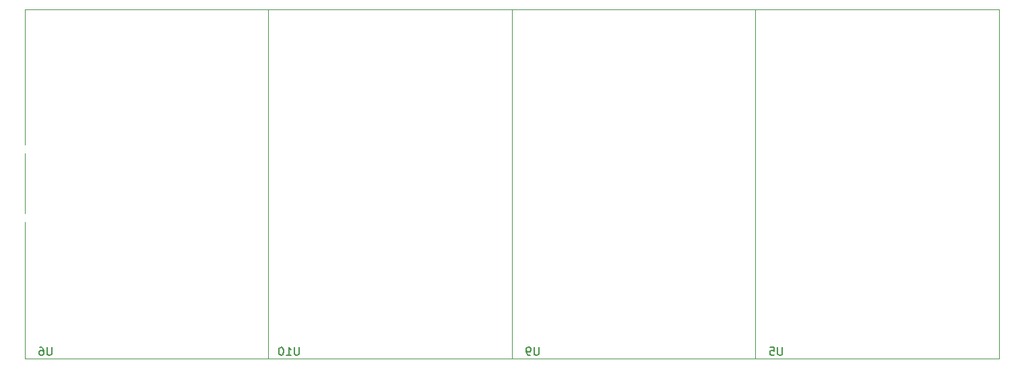
<source format=gbr>
%TF.GenerationSoftware,KiCad,Pcbnew,(6.0.9)*%
%TF.CreationDate,2022-12-22T16:46:14-05:00*%
%TF.ProjectId,Digital Clock PCB 2.0 Module Based,44696769-7461-46c2-9043-6c6f636b2050,rev?*%
%TF.SameCoordinates,Original*%
%TF.FileFunction,Legend,Bot*%
%TF.FilePolarity,Positive*%
%FSLAX46Y46*%
G04 Gerber Fmt 4.6, Leading zero omitted, Abs format (unit mm)*
G04 Created by KiCad (PCBNEW (6.0.9)) date 2022-12-22 16:46:14*
%MOMM*%
%LPD*%
G01*
G04 APERTURE LIST*
%ADD10C,0.150000*%
%ADD11C,0.120000*%
%ADD12R,1.700000X1.700000*%
%ADD13O,1.700000X1.700000*%
%ADD14C,0.650000*%
%ADD15O,1.600000X1.000000*%
%ADD16O,2.100000X1.000000*%
%ADD17C,0.500000*%
%ADD18C,1.500000*%
G04 APERTURE END LIST*
D10*
%TO.C,U5*%
X241985704Y-123879580D02*
X241985704Y-124689104D01*
X241938085Y-124784342D01*
X241890466Y-124831961D01*
X241795228Y-124879580D01*
X241604752Y-124879580D01*
X241509514Y-124831961D01*
X241461895Y-124784342D01*
X241414276Y-124689104D01*
X241414276Y-123879580D01*
X240461895Y-123879580D02*
X240938085Y-123879580D01*
X240985704Y-124355771D01*
X240938085Y-124308152D01*
X240842847Y-124260533D01*
X240604752Y-124260533D01*
X240509514Y-124308152D01*
X240461895Y-124355771D01*
X240414276Y-124451009D01*
X240414276Y-124689104D01*
X240461895Y-124784342D01*
X240509514Y-124831961D01*
X240604752Y-124879580D01*
X240842847Y-124879580D01*
X240938085Y-124831961D01*
X240985704Y-124784342D01*
%TO.C,U10*%
X181247895Y-123879580D02*
X181247895Y-124689104D01*
X181200276Y-124784342D01*
X181152657Y-124831961D01*
X181057419Y-124879580D01*
X180866942Y-124879580D01*
X180771704Y-124831961D01*
X180724085Y-124784342D01*
X180676466Y-124689104D01*
X180676466Y-123879580D01*
X179676466Y-124879580D02*
X180247895Y-124879580D01*
X179962180Y-124879580D02*
X179962180Y-123879580D01*
X180057419Y-124022438D01*
X180152657Y-124117676D01*
X180247895Y-124165295D01*
X179057419Y-123879580D02*
X178962180Y-123879580D01*
X178866942Y-123927200D01*
X178819323Y-123974819D01*
X178771704Y-124070057D01*
X178724085Y-124260533D01*
X178724085Y-124498628D01*
X178771704Y-124689104D01*
X178819323Y-124784342D01*
X178866942Y-124831961D01*
X178962180Y-124879580D01*
X179057419Y-124879580D01*
X179152657Y-124831961D01*
X179200276Y-124784342D01*
X179247895Y-124689104D01*
X179295514Y-124498628D01*
X179295514Y-124260533D01*
X179247895Y-124070057D01*
X179200276Y-123974819D01*
X179152657Y-123927200D01*
X179057419Y-123879580D01*
%TO.C,U9*%
X211378704Y-123879580D02*
X211378704Y-124689104D01*
X211331085Y-124784342D01*
X211283466Y-124831961D01*
X211188228Y-124879580D01*
X210997752Y-124879580D01*
X210902514Y-124831961D01*
X210854895Y-124784342D01*
X210807276Y-124689104D01*
X210807276Y-123879580D01*
X210283466Y-124879580D02*
X210092990Y-124879580D01*
X209997752Y-124831961D01*
X209950133Y-124784342D01*
X209854895Y-124641485D01*
X209807276Y-124451009D01*
X209807276Y-124070057D01*
X209854895Y-123974819D01*
X209902514Y-123927200D01*
X209997752Y-123879580D01*
X210188228Y-123879580D01*
X210283466Y-123927200D01*
X210331085Y-123974819D01*
X210378704Y-124070057D01*
X210378704Y-124308152D01*
X210331085Y-124403390D01*
X210283466Y-124451009D01*
X210188228Y-124498628D01*
X209997752Y-124498628D01*
X209902514Y-124451009D01*
X209854895Y-124403390D01*
X209807276Y-124308152D01*
%TO.C,U6*%
X150164704Y-123879580D02*
X150164704Y-124689104D01*
X150117085Y-124784342D01*
X150069466Y-124831961D01*
X149974228Y-124879580D01*
X149783752Y-124879580D01*
X149688514Y-124831961D01*
X149640895Y-124784342D01*
X149593276Y-124689104D01*
X149593276Y-123879580D01*
X148688514Y-123879580D02*
X148878990Y-123879580D01*
X148974228Y-123927200D01*
X149021847Y-123974819D01*
X149117085Y-124117676D01*
X149164704Y-124308152D01*
X149164704Y-124689104D01*
X149117085Y-124784342D01*
X149069466Y-124831961D01*
X148974228Y-124879580D01*
X148783752Y-124879580D01*
X148688514Y-124831961D01*
X148640895Y-124784342D01*
X148593276Y-124689104D01*
X148593276Y-124451009D01*
X148640895Y-124355771D01*
X148688514Y-124308152D01*
X148783752Y-124260533D01*
X148974228Y-124260533D01*
X149069466Y-124308152D01*
X149117085Y-124355771D01*
X149164704Y-124451009D01*
D11*
%TO.C,U5*%
X269223800Y-81327200D02*
X269223800Y-125327200D01*
X269223800Y-125327200D02*
X238623800Y-125327200D01*
X238623800Y-125327200D02*
X238623800Y-81327200D01*
X269223800Y-81327200D02*
X238623800Y-81327200D01*
%TO.C,U10*%
X208009800Y-81327200D02*
X177409800Y-81327200D01*
X208009800Y-81327200D02*
X208009800Y-125327200D01*
X177409800Y-125327200D02*
X177409800Y-81327200D01*
X208009800Y-125327200D02*
X177409800Y-125327200D01*
%TO.C,U9*%
X238616800Y-125327200D02*
X208016800Y-125327200D01*
X208016800Y-125327200D02*
X208016800Y-81327200D01*
X238616800Y-81327200D02*
X238616800Y-125327200D01*
X238616800Y-81327200D02*
X208016800Y-81327200D01*
%TO.C,U6*%
X177402800Y-81327200D02*
X177402800Y-125327200D01*
X146802800Y-125327200D02*
X146802800Y-81327200D01*
X177402800Y-81327200D02*
X146802800Y-81327200D01*
X177402800Y-125327200D02*
X146802800Y-125327200D01*
%TD*%
%LPC*%
D12*
%TO.C,J3*%
X236651800Y-118973600D03*
D13*
X234111800Y-118973600D03*
X231571800Y-118973600D03*
X229031800Y-118973600D03*
%TD*%
D14*
%TO.C,J1*%
X150604600Y-106217200D03*
X150604600Y-100437200D03*
D15*
X146954600Y-99007200D03*
D16*
X151134600Y-107647200D03*
D15*
X146954600Y-107647200D03*
D16*
X151134600Y-99007200D03*
%TD*%
D12*
%TO.C,J2*%
X256590800Y-117068600D03*
D13*
X254050800Y-117068600D03*
X251510800Y-117068600D03*
X248970800Y-117068600D03*
%TD*%
D17*
%TO.C,U1*%
X255694400Y-103176400D03*
X254994400Y-102476400D03*
X253594400Y-102476400D03*
X255694400Y-101776400D03*
X254994400Y-101076400D03*
X255694400Y-100376400D03*
X256394400Y-102476400D03*
X254294400Y-101776400D03*
X254294400Y-100376400D03*
X256394400Y-101076400D03*
X254294400Y-103176400D03*
X253594400Y-101076400D03*
%TD*%
D18*
%TO.C,U5*%
X259003800Y-123327200D03*
X256463800Y-123327200D03*
X253923800Y-123327200D03*
X251383800Y-123327200D03*
X248843800Y-123327200D03*
X248843800Y-83327200D03*
X251383800Y-83327200D03*
X253923800Y-83327200D03*
X256463800Y-83327200D03*
X259003800Y-83327200D03*
%TD*%
%TO.C,U10*%
X197789800Y-123327200D03*
X195249800Y-123327200D03*
X192709800Y-123327200D03*
X190169800Y-123327200D03*
X187629800Y-123327200D03*
X187629800Y-83327200D03*
X190169800Y-83327200D03*
X192709800Y-83327200D03*
X195249800Y-83327200D03*
X197789800Y-83327200D03*
%TD*%
%TO.C,U9*%
X228396800Y-123327200D03*
X225856800Y-123327200D03*
X223316800Y-123327200D03*
X220776800Y-123327200D03*
X218236800Y-123327200D03*
X218236800Y-83327200D03*
X220776800Y-83327200D03*
X223316800Y-83327200D03*
X225856800Y-83327200D03*
X228396800Y-83327200D03*
%TD*%
%TO.C,U6*%
X167182800Y-123327200D03*
X164642800Y-123327200D03*
X162102800Y-123327200D03*
X159562800Y-123327200D03*
X157022800Y-123327200D03*
X157022800Y-83327200D03*
X159562800Y-83327200D03*
X162102800Y-83327200D03*
X164642800Y-83327200D03*
X167182800Y-83327200D03*
%TD*%
M02*

</source>
